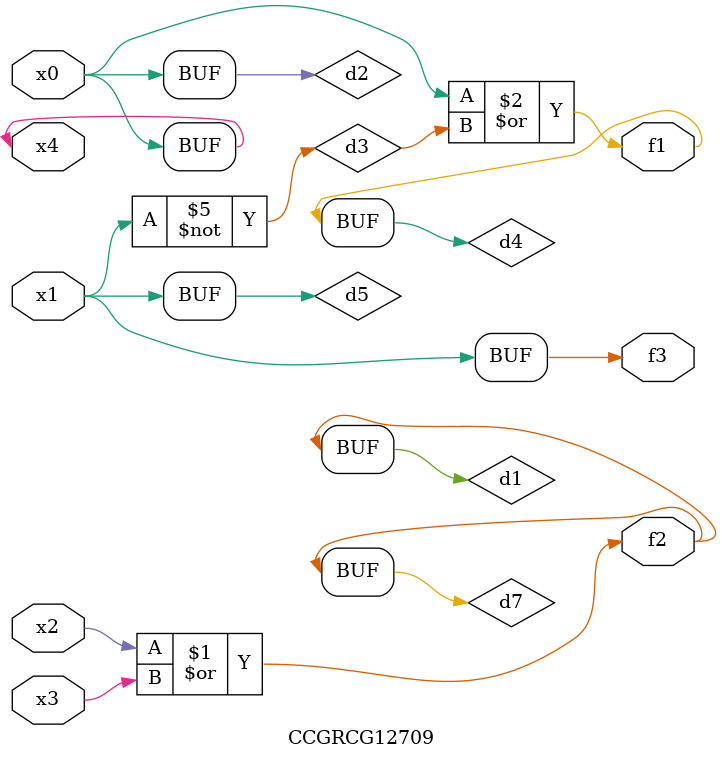
<source format=v>
module CCGRCG12709(
	input x0, x1, x2, x3, x4,
	output f1, f2, f3
);

	wire d1, d2, d3, d4, d5, d6, d7;

	or (d1, x2, x3);
	buf (d2, x0, x4);
	not (d3, x1);
	or (d4, d2, d3);
	not (d5, d3);
	nand (d6, d1, d3);
	or (d7, d1);
	assign f1 = d4;
	assign f2 = d7;
	assign f3 = d5;
endmodule

</source>
